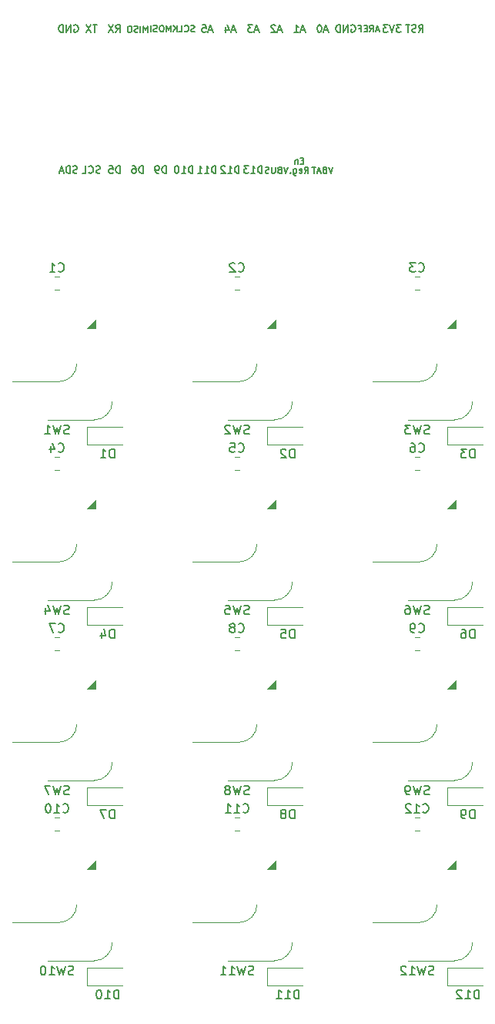
<source format=gbr>
%TF.GenerationSoftware,KiCad,Pcbnew,5.99.0-1.20210824gita02ea16.fc34*%
%TF.CreationDate,2021-08-29T08:53:43+03:00*%
%TF.ProjectId,Macropad,4d616372-6f70-4616-942e-6b696361645f,rev?*%
%TF.SameCoordinates,Original*%
%TF.FileFunction,Legend,Bot*%
%TF.FilePolarity,Positive*%
%FSLAX46Y46*%
G04 Gerber Fmt 4.6, Leading zero omitted, Abs format (unit mm)*
G04 Created by KiCad (PCBNEW 5.99.0-1.20210824gita02ea16.fc34) date 2021-08-29 08:53:43*
%MOMM*%
%LPD*%
G01*
G04 APERTURE LIST*
%ADD10C,0.150000*%
%ADD11C,0.100000*%
%ADD12C,0.120000*%
G04 APERTURE END LIST*
D10*
%TO.C,SW1*%
X90233333Y-74952761D02*
X90090476Y-75000380D01*
X89852380Y-75000380D01*
X89757142Y-74952761D01*
X89709523Y-74905142D01*
X89661904Y-74809904D01*
X89661904Y-74714666D01*
X89709523Y-74619428D01*
X89757142Y-74571809D01*
X89852380Y-74524190D01*
X90042857Y-74476571D01*
X90138095Y-74428952D01*
X90185714Y-74381333D01*
X90233333Y-74286095D01*
X90233333Y-74190857D01*
X90185714Y-74095619D01*
X90138095Y-74048000D01*
X90042857Y-74000380D01*
X89804761Y-74000380D01*
X89661904Y-74048000D01*
X89328571Y-74000380D02*
X89090476Y-75000380D01*
X88900000Y-74286095D01*
X88709523Y-75000380D01*
X88471428Y-74000380D01*
X87566666Y-75000380D02*
X88138095Y-75000380D01*
X87852380Y-75000380D02*
X87852380Y-74000380D01*
X87947619Y-74143238D01*
X88042857Y-74238476D01*
X88138095Y-74286095D01*
%TO.C,SW2*%
X110045333Y-74952761D02*
X109902476Y-75000380D01*
X109664380Y-75000380D01*
X109569142Y-74952761D01*
X109521523Y-74905142D01*
X109473904Y-74809904D01*
X109473904Y-74714666D01*
X109521523Y-74619428D01*
X109569142Y-74571809D01*
X109664380Y-74524190D01*
X109854857Y-74476571D01*
X109950095Y-74428952D01*
X109997714Y-74381333D01*
X110045333Y-74286095D01*
X110045333Y-74190857D01*
X109997714Y-74095619D01*
X109950095Y-74048000D01*
X109854857Y-74000380D01*
X109616761Y-74000380D01*
X109473904Y-74048000D01*
X109140571Y-74000380D02*
X108902476Y-75000380D01*
X108712000Y-74286095D01*
X108521523Y-75000380D01*
X108283428Y-74000380D01*
X107950095Y-74095619D02*
X107902476Y-74048000D01*
X107807238Y-74000380D01*
X107569142Y-74000380D01*
X107473904Y-74048000D01*
X107426285Y-74095619D01*
X107378666Y-74190857D01*
X107378666Y-74286095D01*
X107426285Y-74428952D01*
X107997714Y-75000380D01*
X107378666Y-75000380D01*
%TO.C,SW3*%
X129857333Y-74952761D02*
X129714476Y-75000380D01*
X129476380Y-75000380D01*
X129381142Y-74952761D01*
X129333523Y-74905142D01*
X129285904Y-74809904D01*
X129285904Y-74714666D01*
X129333523Y-74619428D01*
X129381142Y-74571809D01*
X129476380Y-74524190D01*
X129666857Y-74476571D01*
X129762095Y-74428952D01*
X129809714Y-74381333D01*
X129857333Y-74286095D01*
X129857333Y-74190857D01*
X129809714Y-74095619D01*
X129762095Y-74048000D01*
X129666857Y-74000380D01*
X129428761Y-74000380D01*
X129285904Y-74048000D01*
X128952571Y-74000380D02*
X128714476Y-75000380D01*
X128524000Y-74286095D01*
X128333523Y-75000380D01*
X128095428Y-74000380D01*
X127809714Y-74000380D02*
X127190666Y-74000380D01*
X127524000Y-74381333D01*
X127381142Y-74381333D01*
X127285904Y-74428952D01*
X127238285Y-74476571D01*
X127190666Y-74571809D01*
X127190666Y-74809904D01*
X127238285Y-74905142D01*
X127285904Y-74952761D01*
X127381142Y-75000380D01*
X127666857Y-75000380D01*
X127762095Y-74952761D01*
X127809714Y-74905142D01*
%TO.C,SW4*%
X90233333Y-94764761D02*
X90090476Y-94812380D01*
X89852380Y-94812380D01*
X89757142Y-94764761D01*
X89709523Y-94717142D01*
X89661904Y-94621904D01*
X89661904Y-94526666D01*
X89709523Y-94431428D01*
X89757142Y-94383809D01*
X89852380Y-94336190D01*
X90042857Y-94288571D01*
X90138095Y-94240952D01*
X90185714Y-94193333D01*
X90233333Y-94098095D01*
X90233333Y-94002857D01*
X90185714Y-93907619D01*
X90138095Y-93860000D01*
X90042857Y-93812380D01*
X89804761Y-93812380D01*
X89661904Y-93860000D01*
X89328571Y-93812380D02*
X89090476Y-94812380D01*
X88900000Y-94098095D01*
X88709523Y-94812380D01*
X88471428Y-93812380D01*
X87661904Y-94145714D02*
X87661904Y-94812380D01*
X87900000Y-93764761D02*
X88138095Y-94479047D01*
X87519047Y-94479047D01*
%TO.C,SW5*%
X110045333Y-94764761D02*
X109902476Y-94812380D01*
X109664380Y-94812380D01*
X109569142Y-94764761D01*
X109521523Y-94717142D01*
X109473904Y-94621904D01*
X109473904Y-94526666D01*
X109521523Y-94431428D01*
X109569142Y-94383809D01*
X109664380Y-94336190D01*
X109854857Y-94288571D01*
X109950095Y-94240952D01*
X109997714Y-94193333D01*
X110045333Y-94098095D01*
X110045333Y-94002857D01*
X109997714Y-93907619D01*
X109950095Y-93860000D01*
X109854857Y-93812380D01*
X109616761Y-93812380D01*
X109473904Y-93860000D01*
X109140571Y-93812380D02*
X108902476Y-94812380D01*
X108712000Y-94098095D01*
X108521523Y-94812380D01*
X108283428Y-93812380D01*
X107426285Y-93812380D02*
X107902476Y-93812380D01*
X107950095Y-94288571D01*
X107902476Y-94240952D01*
X107807238Y-94193333D01*
X107569142Y-94193333D01*
X107473904Y-94240952D01*
X107426285Y-94288571D01*
X107378666Y-94383809D01*
X107378666Y-94621904D01*
X107426285Y-94717142D01*
X107473904Y-94764761D01*
X107569142Y-94812380D01*
X107807238Y-94812380D01*
X107902476Y-94764761D01*
X107950095Y-94717142D01*
%TO.C,SW6*%
X129857333Y-94764761D02*
X129714476Y-94812380D01*
X129476380Y-94812380D01*
X129381142Y-94764761D01*
X129333523Y-94717142D01*
X129285904Y-94621904D01*
X129285904Y-94526666D01*
X129333523Y-94431428D01*
X129381142Y-94383809D01*
X129476380Y-94336190D01*
X129666857Y-94288571D01*
X129762095Y-94240952D01*
X129809714Y-94193333D01*
X129857333Y-94098095D01*
X129857333Y-94002857D01*
X129809714Y-93907619D01*
X129762095Y-93860000D01*
X129666857Y-93812380D01*
X129428761Y-93812380D01*
X129285904Y-93860000D01*
X128952571Y-93812380D02*
X128714476Y-94812380D01*
X128524000Y-94098095D01*
X128333523Y-94812380D01*
X128095428Y-93812380D01*
X127285904Y-93812380D02*
X127476380Y-93812380D01*
X127571619Y-93860000D01*
X127619238Y-93907619D01*
X127714476Y-94050476D01*
X127762095Y-94240952D01*
X127762095Y-94621904D01*
X127714476Y-94717142D01*
X127666857Y-94764761D01*
X127571619Y-94812380D01*
X127381142Y-94812380D01*
X127285904Y-94764761D01*
X127238285Y-94717142D01*
X127190666Y-94621904D01*
X127190666Y-94383809D01*
X127238285Y-94288571D01*
X127285904Y-94240952D01*
X127381142Y-94193333D01*
X127571619Y-94193333D01*
X127666857Y-94240952D01*
X127714476Y-94288571D01*
X127762095Y-94383809D01*
%TO.C,SW7*%
X90233333Y-114576761D02*
X90090476Y-114624380D01*
X89852380Y-114624380D01*
X89757142Y-114576761D01*
X89709523Y-114529142D01*
X89661904Y-114433904D01*
X89661904Y-114338666D01*
X89709523Y-114243428D01*
X89757142Y-114195809D01*
X89852380Y-114148190D01*
X90042857Y-114100571D01*
X90138095Y-114052952D01*
X90185714Y-114005333D01*
X90233333Y-113910095D01*
X90233333Y-113814857D01*
X90185714Y-113719619D01*
X90138095Y-113672000D01*
X90042857Y-113624380D01*
X89804761Y-113624380D01*
X89661904Y-113672000D01*
X89328571Y-113624380D02*
X89090476Y-114624380D01*
X88900000Y-113910095D01*
X88709523Y-114624380D01*
X88471428Y-113624380D01*
X88185714Y-113624380D02*
X87519047Y-113624380D01*
X87947619Y-114624380D01*
%TO.C,SW8*%
X110045333Y-114576761D02*
X109902476Y-114624380D01*
X109664380Y-114624380D01*
X109569142Y-114576761D01*
X109521523Y-114529142D01*
X109473904Y-114433904D01*
X109473904Y-114338666D01*
X109521523Y-114243428D01*
X109569142Y-114195809D01*
X109664380Y-114148190D01*
X109854857Y-114100571D01*
X109950095Y-114052952D01*
X109997714Y-114005333D01*
X110045333Y-113910095D01*
X110045333Y-113814857D01*
X109997714Y-113719619D01*
X109950095Y-113672000D01*
X109854857Y-113624380D01*
X109616761Y-113624380D01*
X109473904Y-113672000D01*
X109140571Y-113624380D02*
X108902476Y-114624380D01*
X108712000Y-113910095D01*
X108521523Y-114624380D01*
X108283428Y-113624380D01*
X107759619Y-114052952D02*
X107854857Y-114005333D01*
X107902476Y-113957714D01*
X107950095Y-113862476D01*
X107950095Y-113814857D01*
X107902476Y-113719619D01*
X107854857Y-113672000D01*
X107759619Y-113624380D01*
X107569142Y-113624380D01*
X107473904Y-113672000D01*
X107426285Y-113719619D01*
X107378666Y-113814857D01*
X107378666Y-113862476D01*
X107426285Y-113957714D01*
X107473904Y-114005333D01*
X107569142Y-114052952D01*
X107759619Y-114052952D01*
X107854857Y-114100571D01*
X107902476Y-114148190D01*
X107950095Y-114243428D01*
X107950095Y-114433904D01*
X107902476Y-114529142D01*
X107854857Y-114576761D01*
X107759619Y-114624380D01*
X107569142Y-114624380D01*
X107473904Y-114576761D01*
X107426285Y-114529142D01*
X107378666Y-114433904D01*
X107378666Y-114243428D01*
X107426285Y-114148190D01*
X107473904Y-114100571D01*
X107569142Y-114052952D01*
%TO.C,SW9*%
X129857333Y-114576761D02*
X129714476Y-114624380D01*
X129476380Y-114624380D01*
X129381142Y-114576761D01*
X129333523Y-114529142D01*
X129285904Y-114433904D01*
X129285904Y-114338666D01*
X129333523Y-114243428D01*
X129381142Y-114195809D01*
X129476380Y-114148190D01*
X129666857Y-114100571D01*
X129762095Y-114052952D01*
X129809714Y-114005333D01*
X129857333Y-113910095D01*
X129857333Y-113814857D01*
X129809714Y-113719619D01*
X129762095Y-113672000D01*
X129666857Y-113624380D01*
X129428761Y-113624380D01*
X129285904Y-113672000D01*
X128952571Y-113624380D02*
X128714476Y-114624380D01*
X128524000Y-113910095D01*
X128333523Y-114624380D01*
X128095428Y-113624380D01*
X127666857Y-114624380D02*
X127476380Y-114624380D01*
X127381142Y-114576761D01*
X127333523Y-114529142D01*
X127238285Y-114386285D01*
X127190666Y-114195809D01*
X127190666Y-113814857D01*
X127238285Y-113719619D01*
X127285904Y-113672000D01*
X127381142Y-113624380D01*
X127571619Y-113624380D01*
X127666857Y-113672000D01*
X127714476Y-113719619D01*
X127762095Y-113814857D01*
X127762095Y-114052952D01*
X127714476Y-114148190D01*
X127666857Y-114195809D01*
X127571619Y-114243428D01*
X127381142Y-114243428D01*
X127285904Y-114195809D01*
X127238285Y-114148190D01*
X127190666Y-114052952D01*
%TO.C,SW10*%
X90709523Y-134388761D02*
X90566666Y-134436380D01*
X90328571Y-134436380D01*
X90233333Y-134388761D01*
X90185714Y-134341142D01*
X90138095Y-134245904D01*
X90138095Y-134150666D01*
X90185714Y-134055428D01*
X90233333Y-134007809D01*
X90328571Y-133960190D01*
X90519047Y-133912571D01*
X90614285Y-133864952D01*
X90661904Y-133817333D01*
X90709523Y-133722095D01*
X90709523Y-133626857D01*
X90661904Y-133531619D01*
X90614285Y-133484000D01*
X90519047Y-133436380D01*
X90280952Y-133436380D01*
X90138095Y-133484000D01*
X89804761Y-133436380D02*
X89566666Y-134436380D01*
X89376190Y-133722095D01*
X89185714Y-134436380D01*
X88947619Y-133436380D01*
X88042857Y-134436380D02*
X88614285Y-134436380D01*
X88328571Y-134436380D02*
X88328571Y-133436380D01*
X88423809Y-133579238D01*
X88519047Y-133674476D01*
X88614285Y-133722095D01*
X87423809Y-133436380D02*
X87328571Y-133436380D01*
X87233333Y-133484000D01*
X87185714Y-133531619D01*
X87138095Y-133626857D01*
X87090476Y-133817333D01*
X87090476Y-134055428D01*
X87138095Y-134245904D01*
X87185714Y-134341142D01*
X87233333Y-134388761D01*
X87328571Y-134436380D01*
X87423809Y-134436380D01*
X87519047Y-134388761D01*
X87566666Y-134341142D01*
X87614285Y-134245904D01*
X87661904Y-134055428D01*
X87661904Y-133817333D01*
X87614285Y-133626857D01*
X87566666Y-133531619D01*
X87519047Y-133484000D01*
X87423809Y-133436380D01*
%TO.C,SW11*%
X110521523Y-134388761D02*
X110378666Y-134436380D01*
X110140571Y-134436380D01*
X110045333Y-134388761D01*
X109997714Y-134341142D01*
X109950095Y-134245904D01*
X109950095Y-134150666D01*
X109997714Y-134055428D01*
X110045333Y-134007809D01*
X110140571Y-133960190D01*
X110331047Y-133912571D01*
X110426285Y-133864952D01*
X110473904Y-133817333D01*
X110521523Y-133722095D01*
X110521523Y-133626857D01*
X110473904Y-133531619D01*
X110426285Y-133484000D01*
X110331047Y-133436380D01*
X110092952Y-133436380D01*
X109950095Y-133484000D01*
X109616761Y-133436380D02*
X109378666Y-134436380D01*
X109188190Y-133722095D01*
X108997714Y-134436380D01*
X108759619Y-133436380D01*
X107854857Y-134436380D02*
X108426285Y-134436380D01*
X108140571Y-134436380D02*
X108140571Y-133436380D01*
X108235809Y-133579238D01*
X108331047Y-133674476D01*
X108426285Y-133722095D01*
X106902476Y-134436380D02*
X107473904Y-134436380D01*
X107188190Y-134436380D02*
X107188190Y-133436380D01*
X107283428Y-133579238D01*
X107378666Y-133674476D01*
X107473904Y-133722095D01*
%TO.C,SW12*%
X130333523Y-134388761D02*
X130190666Y-134436380D01*
X129952571Y-134436380D01*
X129857333Y-134388761D01*
X129809714Y-134341142D01*
X129762095Y-134245904D01*
X129762095Y-134150666D01*
X129809714Y-134055428D01*
X129857333Y-134007809D01*
X129952571Y-133960190D01*
X130143047Y-133912571D01*
X130238285Y-133864952D01*
X130285904Y-133817333D01*
X130333523Y-133722095D01*
X130333523Y-133626857D01*
X130285904Y-133531619D01*
X130238285Y-133484000D01*
X130143047Y-133436380D01*
X129904952Y-133436380D01*
X129762095Y-133484000D01*
X129428761Y-133436380D02*
X129190666Y-134436380D01*
X129000190Y-133722095D01*
X128809714Y-134436380D01*
X128571619Y-133436380D01*
X127666857Y-134436380D02*
X128238285Y-134436380D01*
X127952571Y-134436380D02*
X127952571Y-133436380D01*
X128047809Y-133579238D01*
X128143047Y-133674476D01*
X128238285Y-133722095D01*
X127285904Y-133531619D02*
X127238285Y-133484000D01*
X127143047Y-133436380D01*
X126904952Y-133436380D01*
X126809714Y-133484000D01*
X126762095Y-133531619D01*
X126714476Y-133626857D01*
X126714476Y-133722095D01*
X126762095Y-133864952D01*
X127333523Y-134436380D01*
X126714476Y-134436380D01*
%TO.C,MCU1*%
X98890000Y-30847466D02*
X98890000Y-30147466D01*
X98656666Y-30647466D01*
X98423333Y-30147466D01*
X98423333Y-30847466D01*
X98090000Y-30847466D02*
X98090000Y-30147466D01*
X97790000Y-30814133D02*
X97690000Y-30847466D01*
X97523333Y-30847466D01*
X97456666Y-30814133D01*
X97423333Y-30780800D01*
X97390000Y-30714133D01*
X97390000Y-30647466D01*
X97423333Y-30580800D01*
X97456666Y-30547466D01*
X97523333Y-30514133D01*
X97656666Y-30480800D01*
X97723333Y-30447466D01*
X97756666Y-30414133D01*
X97790000Y-30347466D01*
X97790000Y-30280800D01*
X97756666Y-30214133D01*
X97723333Y-30180800D01*
X97656666Y-30147466D01*
X97490000Y-30147466D01*
X97390000Y-30180800D01*
X96956666Y-30147466D02*
X96823333Y-30147466D01*
X96756666Y-30180800D01*
X96690000Y-30247466D01*
X96656666Y-30380800D01*
X96656666Y-30614133D01*
X96690000Y-30747466D01*
X96756666Y-30814133D01*
X96823333Y-30847466D01*
X96956666Y-30847466D01*
X97023333Y-30814133D01*
X97090000Y-30747466D01*
X97123333Y-30614133D01*
X97123333Y-30380800D01*
X97090000Y-30247466D01*
X97023333Y-30180800D01*
X96956666Y-30147466D01*
X91141428Y-46297809D02*
X91027142Y-46335904D01*
X90836666Y-46335904D01*
X90760476Y-46297809D01*
X90722380Y-46259714D01*
X90684285Y-46183523D01*
X90684285Y-46107333D01*
X90722380Y-46031142D01*
X90760476Y-45993047D01*
X90836666Y-45954952D01*
X90989047Y-45916857D01*
X91065238Y-45878761D01*
X91103333Y-45840666D01*
X91141428Y-45764476D01*
X91141428Y-45688285D01*
X91103333Y-45612095D01*
X91065238Y-45574000D01*
X90989047Y-45535904D01*
X90798571Y-45535904D01*
X90684285Y-45574000D01*
X90341428Y-46335904D02*
X90341428Y-45535904D01*
X90150952Y-45535904D01*
X90036666Y-45574000D01*
X89960476Y-45650190D01*
X89922380Y-45726380D01*
X89884285Y-45878761D01*
X89884285Y-45993047D01*
X89922380Y-46145428D01*
X89960476Y-46221619D01*
X90036666Y-46297809D01*
X90150952Y-46335904D01*
X90341428Y-46335904D01*
X89579523Y-46107333D02*
X89198571Y-46107333D01*
X89655714Y-46335904D02*
X89389047Y-45535904D01*
X89122380Y-46335904D01*
X126720476Y-30041904D02*
X126225238Y-30041904D01*
X126491904Y-30346666D01*
X126377619Y-30346666D01*
X126301428Y-30384761D01*
X126263333Y-30422857D01*
X126225238Y-30499047D01*
X126225238Y-30689523D01*
X126263333Y-30765714D01*
X126301428Y-30803809D01*
X126377619Y-30841904D01*
X126606190Y-30841904D01*
X126682380Y-30803809D01*
X126720476Y-30765714D01*
X125996666Y-30041904D02*
X125730000Y-30841904D01*
X125463333Y-30041904D01*
X125272857Y-30041904D02*
X124777619Y-30041904D01*
X125044285Y-30346666D01*
X124930000Y-30346666D01*
X124853809Y-30384761D01*
X124815714Y-30422857D01*
X124777619Y-30499047D01*
X124777619Y-30689523D01*
X124815714Y-30765714D01*
X124853809Y-30803809D01*
X124930000Y-30841904D01*
X125158571Y-30841904D01*
X125234761Y-30803809D01*
X125272857Y-30765714D01*
X108921428Y-46335904D02*
X108921428Y-45535904D01*
X108730952Y-45535904D01*
X108616666Y-45574000D01*
X108540476Y-45650190D01*
X108502380Y-45726380D01*
X108464285Y-45878761D01*
X108464285Y-45993047D01*
X108502380Y-46145428D01*
X108540476Y-46221619D01*
X108616666Y-46297809D01*
X108730952Y-46335904D01*
X108921428Y-46335904D01*
X107702380Y-46335904D02*
X108159523Y-46335904D01*
X107930952Y-46335904D02*
X107930952Y-45535904D01*
X108007142Y-45650190D01*
X108083333Y-45726380D01*
X108159523Y-45764476D01*
X107397619Y-45612095D02*
X107359523Y-45574000D01*
X107283333Y-45535904D01*
X107092857Y-45535904D01*
X107016666Y-45574000D01*
X106978571Y-45612095D01*
X106940476Y-45688285D01*
X106940476Y-45764476D01*
X106978571Y-45878761D01*
X107435714Y-46335904D01*
X106940476Y-46335904D01*
X114313333Y-45641466D02*
X114080000Y-46341466D01*
X113846666Y-45641466D01*
X113380000Y-45974800D02*
X113280000Y-46008133D01*
X113246666Y-46041466D01*
X113213333Y-46108133D01*
X113213333Y-46208133D01*
X113246666Y-46274800D01*
X113280000Y-46308133D01*
X113346666Y-46341466D01*
X113613333Y-46341466D01*
X113613333Y-45641466D01*
X113380000Y-45641466D01*
X113313333Y-45674800D01*
X113280000Y-45708133D01*
X113246666Y-45774800D01*
X113246666Y-45841466D01*
X113280000Y-45908133D01*
X113313333Y-45941466D01*
X113380000Y-45974800D01*
X113613333Y-45974800D01*
X112913333Y-45641466D02*
X112913333Y-46208133D01*
X112880000Y-46274800D01*
X112846666Y-46308133D01*
X112780000Y-46341466D01*
X112646666Y-46341466D01*
X112580000Y-46308133D01*
X112546666Y-46274800D01*
X112513333Y-46208133D01*
X112513333Y-45641466D01*
X112213333Y-46308133D02*
X112113333Y-46341466D01*
X111946666Y-46341466D01*
X111880000Y-46308133D01*
X111846666Y-46274800D01*
X111813333Y-46208133D01*
X111813333Y-46141466D01*
X111846666Y-46074800D01*
X111880000Y-46041466D01*
X111946666Y-46008133D01*
X112080000Y-45974800D01*
X112146666Y-45941466D01*
X112180000Y-45908133D01*
X112213333Y-45841466D01*
X112213333Y-45774800D01*
X112180000Y-45708133D01*
X112146666Y-45674800D01*
X112080000Y-45641466D01*
X111913333Y-45641466D01*
X111813333Y-45674800D01*
X128708095Y-30841904D02*
X128974761Y-30460952D01*
X129165238Y-30841904D02*
X129165238Y-30041904D01*
X128860476Y-30041904D01*
X128784285Y-30080000D01*
X128746190Y-30118095D01*
X128708095Y-30194285D01*
X128708095Y-30308571D01*
X128746190Y-30384761D01*
X128784285Y-30422857D01*
X128860476Y-30460952D01*
X129165238Y-30460952D01*
X128403333Y-30803809D02*
X128289047Y-30841904D01*
X128098571Y-30841904D01*
X128022380Y-30803809D01*
X127984285Y-30765714D01*
X127946190Y-30689523D01*
X127946190Y-30613333D01*
X127984285Y-30537142D01*
X128022380Y-30499047D01*
X128098571Y-30460952D01*
X128250952Y-30422857D01*
X128327142Y-30384761D01*
X128365238Y-30346666D01*
X128403333Y-30270476D01*
X128403333Y-30194285D01*
X128365238Y-30118095D01*
X128327142Y-30080000D01*
X128250952Y-30041904D01*
X128060476Y-30041904D01*
X127946190Y-30080000D01*
X127717619Y-30041904D02*
X127260476Y-30041904D01*
X127489047Y-30841904D02*
X127489047Y-30041904D01*
X108521428Y-30613333D02*
X108140476Y-30613333D01*
X108597619Y-30841904D02*
X108330952Y-30041904D01*
X108064285Y-30841904D01*
X107454761Y-30308571D02*
X107454761Y-30841904D01*
X107645238Y-30003809D02*
X107835714Y-30575238D01*
X107340476Y-30575238D01*
X116036666Y-44958800D02*
X115803333Y-44958800D01*
X115703333Y-45325466D02*
X116036666Y-45325466D01*
X116036666Y-44625466D01*
X115703333Y-44625466D01*
X115403333Y-44858800D02*
X115403333Y-45325466D01*
X115403333Y-44925466D02*
X115370000Y-44892133D01*
X115303333Y-44858800D01*
X115203333Y-44858800D01*
X115136666Y-44892133D01*
X115103333Y-44958800D01*
X115103333Y-45325466D01*
X116136666Y-46341466D02*
X116370000Y-46008133D01*
X116536666Y-46341466D02*
X116536666Y-45641466D01*
X116270000Y-45641466D01*
X116203333Y-45674800D01*
X116170000Y-45708133D01*
X116136666Y-45774800D01*
X116136666Y-45874800D01*
X116170000Y-45941466D01*
X116203333Y-45974800D01*
X116270000Y-46008133D01*
X116536666Y-46008133D01*
X115570000Y-46308133D02*
X115636666Y-46341466D01*
X115770000Y-46341466D01*
X115836666Y-46308133D01*
X115870000Y-46241466D01*
X115870000Y-45974800D01*
X115836666Y-45908133D01*
X115770000Y-45874800D01*
X115636666Y-45874800D01*
X115570000Y-45908133D01*
X115536666Y-45974800D01*
X115536666Y-46041466D01*
X115870000Y-46108133D01*
X114936666Y-45874800D02*
X114936666Y-46441466D01*
X114970000Y-46508133D01*
X115003333Y-46541466D01*
X115070000Y-46574800D01*
X115170000Y-46574800D01*
X115236666Y-46541466D01*
X114936666Y-46308133D02*
X115003333Y-46341466D01*
X115136666Y-46341466D01*
X115203333Y-46308133D01*
X115236666Y-46274800D01*
X115270000Y-46208133D01*
X115270000Y-46008133D01*
X115236666Y-45941466D01*
X115203333Y-45908133D01*
X115136666Y-45874800D01*
X115003333Y-45874800D01*
X114936666Y-45908133D01*
X114603333Y-46274800D02*
X114570000Y-46308133D01*
X114603333Y-46341466D01*
X114636666Y-46308133D01*
X114603333Y-46274800D01*
X114603333Y-46341466D01*
X111461428Y-46335904D02*
X111461428Y-45535904D01*
X111270952Y-45535904D01*
X111156666Y-45574000D01*
X111080476Y-45650190D01*
X111042380Y-45726380D01*
X111004285Y-45878761D01*
X111004285Y-45993047D01*
X111042380Y-46145428D01*
X111080476Y-46221619D01*
X111156666Y-46297809D01*
X111270952Y-46335904D01*
X111461428Y-46335904D01*
X110242380Y-46335904D02*
X110699523Y-46335904D01*
X110470952Y-46335904D02*
X110470952Y-45535904D01*
X110547142Y-45650190D01*
X110623333Y-45726380D01*
X110699523Y-45764476D01*
X109975714Y-45535904D02*
X109480476Y-45535904D01*
X109747142Y-45840666D01*
X109632857Y-45840666D01*
X109556666Y-45878761D01*
X109518571Y-45916857D01*
X109480476Y-45993047D01*
X109480476Y-46183523D01*
X109518571Y-46259714D01*
X109556666Y-46297809D01*
X109632857Y-46335904D01*
X109861428Y-46335904D01*
X109937619Y-46297809D01*
X109975714Y-46259714D01*
X111061428Y-30613333D02*
X110680476Y-30613333D01*
X111137619Y-30841904D02*
X110870952Y-30041904D01*
X110604285Y-30841904D01*
X110413809Y-30041904D02*
X109918571Y-30041904D01*
X110185238Y-30346666D01*
X110070952Y-30346666D01*
X109994761Y-30384761D01*
X109956666Y-30422857D01*
X109918571Y-30499047D01*
X109918571Y-30689523D01*
X109956666Y-30765714D01*
X109994761Y-30803809D01*
X110070952Y-30841904D01*
X110299523Y-30841904D01*
X110375714Y-30803809D01*
X110413809Y-30765714D01*
X95840476Y-46335904D02*
X95840476Y-45535904D01*
X95650000Y-45535904D01*
X95535714Y-45574000D01*
X95459523Y-45650190D01*
X95421428Y-45726380D01*
X95383333Y-45878761D01*
X95383333Y-45993047D01*
X95421428Y-46145428D01*
X95459523Y-46221619D01*
X95535714Y-46297809D01*
X95650000Y-46335904D01*
X95840476Y-46335904D01*
X94659523Y-45535904D02*
X95040476Y-45535904D01*
X95078571Y-45916857D01*
X95040476Y-45878761D01*
X94964285Y-45840666D01*
X94773809Y-45840666D01*
X94697619Y-45878761D01*
X94659523Y-45916857D01*
X94621428Y-45993047D01*
X94621428Y-46183523D01*
X94659523Y-46259714D01*
X94697619Y-46297809D01*
X94773809Y-46335904D01*
X94964285Y-46335904D01*
X95040476Y-46297809D01*
X95078571Y-46259714D01*
X98380476Y-46335904D02*
X98380476Y-45535904D01*
X98190000Y-45535904D01*
X98075714Y-45574000D01*
X97999523Y-45650190D01*
X97961428Y-45726380D01*
X97923333Y-45878761D01*
X97923333Y-45993047D01*
X97961428Y-46145428D01*
X97999523Y-46221619D01*
X98075714Y-46297809D01*
X98190000Y-46335904D01*
X98380476Y-46335904D01*
X97237619Y-45535904D02*
X97390000Y-45535904D01*
X97466190Y-45574000D01*
X97504285Y-45612095D01*
X97580476Y-45726380D01*
X97618571Y-45878761D01*
X97618571Y-46183523D01*
X97580476Y-46259714D01*
X97542380Y-46297809D01*
X97466190Y-46335904D01*
X97313809Y-46335904D01*
X97237619Y-46297809D01*
X97199523Y-46259714D01*
X97161428Y-46183523D01*
X97161428Y-45993047D01*
X97199523Y-45916857D01*
X97237619Y-45878761D01*
X97313809Y-45840666D01*
X97466190Y-45840666D01*
X97542380Y-45878761D01*
X97580476Y-45916857D01*
X97618571Y-45993047D01*
X95383333Y-30841904D02*
X95650000Y-30460952D01*
X95840476Y-30841904D02*
X95840476Y-30041904D01*
X95535714Y-30041904D01*
X95459523Y-30080000D01*
X95421428Y-30118095D01*
X95383333Y-30194285D01*
X95383333Y-30308571D01*
X95421428Y-30384761D01*
X95459523Y-30422857D01*
X95535714Y-30460952D01*
X95840476Y-30460952D01*
X95116666Y-30041904D02*
X94583333Y-30841904D01*
X94583333Y-30041904D02*
X95116666Y-30841904D01*
X103841428Y-46335904D02*
X103841428Y-45535904D01*
X103650952Y-45535904D01*
X103536666Y-45574000D01*
X103460476Y-45650190D01*
X103422380Y-45726380D01*
X103384285Y-45878761D01*
X103384285Y-45993047D01*
X103422380Y-46145428D01*
X103460476Y-46221619D01*
X103536666Y-46297809D01*
X103650952Y-46335904D01*
X103841428Y-46335904D01*
X102622380Y-46335904D02*
X103079523Y-46335904D01*
X102850952Y-46335904D02*
X102850952Y-45535904D01*
X102927142Y-45650190D01*
X103003333Y-45726380D01*
X103079523Y-45764476D01*
X102127142Y-45535904D02*
X102050952Y-45535904D01*
X101974761Y-45574000D01*
X101936666Y-45612095D01*
X101898571Y-45688285D01*
X101860476Y-45840666D01*
X101860476Y-46031142D01*
X101898571Y-46183523D01*
X101936666Y-46259714D01*
X101974761Y-46297809D01*
X102050952Y-46335904D01*
X102127142Y-46335904D01*
X102203333Y-46297809D01*
X102241428Y-46259714D01*
X102279523Y-46183523D01*
X102317619Y-46031142D01*
X102317619Y-45840666D01*
X102279523Y-45688285D01*
X102241428Y-45612095D01*
X102203333Y-45574000D01*
X102127142Y-45535904D01*
X93662380Y-46297809D02*
X93548095Y-46335904D01*
X93357619Y-46335904D01*
X93281428Y-46297809D01*
X93243333Y-46259714D01*
X93205238Y-46183523D01*
X93205238Y-46107333D01*
X93243333Y-46031142D01*
X93281428Y-45993047D01*
X93357619Y-45954952D01*
X93510000Y-45916857D01*
X93586190Y-45878761D01*
X93624285Y-45840666D01*
X93662380Y-45764476D01*
X93662380Y-45688285D01*
X93624285Y-45612095D01*
X93586190Y-45574000D01*
X93510000Y-45535904D01*
X93319523Y-45535904D01*
X93205238Y-45574000D01*
X92405238Y-46259714D02*
X92443333Y-46297809D01*
X92557619Y-46335904D01*
X92633809Y-46335904D01*
X92748095Y-46297809D01*
X92824285Y-46221619D01*
X92862380Y-46145428D01*
X92900476Y-45993047D01*
X92900476Y-45878761D01*
X92862380Y-45726380D01*
X92824285Y-45650190D01*
X92748095Y-45574000D01*
X92633809Y-45535904D01*
X92557619Y-45535904D01*
X92443333Y-45574000D01*
X92405238Y-45612095D01*
X91681428Y-46335904D02*
X92062380Y-46335904D01*
X92062380Y-45535904D01*
X113601428Y-30613333D02*
X113220476Y-30613333D01*
X113677619Y-30841904D02*
X113410952Y-30041904D01*
X113144285Y-30841904D01*
X112915714Y-30118095D02*
X112877619Y-30080000D01*
X112801428Y-30041904D01*
X112610952Y-30041904D01*
X112534761Y-30080000D01*
X112496666Y-30118095D01*
X112458571Y-30194285D01*
X112458571Y-30270476D01*
X112496666Y-30384761D01*
X112953809Y-30841904D01*
X112458571Y-30841904D01*
X101430000Y-30796666D02*
X101430000Y-30096666D01*
X101196666Y-30596666D01*
X100963333Y-30096666D01*
X100963333Y-30796666D01*
X100496666Y-30096666D02*
X100363333Y-30096666D01*
X100296666Y-30130000D01*
X100230000Y-30196666D01*
X100196666Y-30330000D01*
X100196666Y-30563333D01*
X100230000Y-30696666D01*
X100296666Y-30763333D01*
X100363333Y-30796666D01*
X100496666Y-30796666D01*
X100563333Y-30763333D01*
X100630000Y-30696666D01*
X100663333Y-30563333D01*
X100663333Y-30330000D01*
X100630000Y-30196666D01*
X100563333Y-30130000D01*
X100496666Y-30096666D01*
X99930000Y-30763333D02*
X99830000Y-30796666D01*
X99663333Y-30796666D01*
X99596666Y-30763333D01*
X99563333Y-30730000D01*
X99530000Y-30663333D01*
X99530000Y-30596666D01*
X99563333Y-30530000D01*
X99596666Y-30496666D01*
X99663333Y-30463333D01*
X99796666Y-30430000D01*
X99863333Y-30396666D01*
X99896666Y-30363333D01*
X99930000Y-30296666D01*
X99930000Y-30230000D01*
X99896666Y-30163333D01*
X99863333Y-30130000D01*
X99796666Y-30096666D01*
X99630000Y-30096666D01*
X99530000Y-30130000D01*
X99230000Y-30796666D02*
X99230000Y-30096666D01*
X106381428Y-46335904D02*
X106381428Y-45535904D01*
X106190952Y-45535904D01*
X106076666Y-45574000D01*
X106000476Y-45650190D01*
X105962380Y-45726380D01*
X105924285Y-45878761D01*
X105924285Y-45993047D01*
X105962380Y-46145428D01*
X106000476Y-46221619D01*
X106076666Y-46297809D01*
X106190952Y-46335904D01*
X106381428Y-46335904D01*
X105162380Y-46335904D02*
X105619523Y-46335904D01*
X105390952Y-46335904D02*
X105390952Y-45535904D01*
X105467142Y-45650190D01*
X105543333Y-45726380D01*
X105619523Y-45764476D01*
X104400476Y-46335904D02*
X104857619Y-46335904D01*
X104629047Y-46335904D02*
X104629047Y-45535904D01*
X104705238Y-45650190D01*
X104781428Y-45726380D01*
X104857619Y-45764476D01*
X100920476Y-46335904D02*
X100920476Y-45535904D01*
X100730000Y-45535904D01*
X100615714Y-45574000D01*
X100539523Y-45650190D01*
X100501428Y-45726380D01*
X100463333Y-45878761D01*
X100463333Y-45993047D01*
X100501428Y-46145428D01*
X100539523Y-46221619D01*
X100615714Y-46297809D01*
X100730000Y-46335904D01*
X100920476Y-46335904D01*
X100082380Y-46335904D02*
X99930000Y-46335904D01*
X99853809Y-46297809D01*
X99815714Y-46259714D01*
X99739523Y-46145428D01*
X99701428Y-45993047D01*
X99701428Y-45688285D01*
X99739523Y-45612095D01*
X99777619Y-45574000D01*
X99853809Y-45535904D01*
X100006190Y-45535904D01*
X100082380Y-45574000D01*
X100120476Y-45612095D01*
X100158571Y-45688285D01*
X100158571Y-45878761D01*
X100120476Y-45954952D01*
X100082380Y-45993047D01*
X100006190Y-46031142D01*
X99853809Y-46031142D01*
X99777619Y-45993047D01*
X99739523Y-45954952D01*
X99701428Y-45878761D01*
X118681428Y-30613333D02*
X118300476Y-30613333D01*
X118757619Y-30841904D02*
X118490952Y-30041904D01*
X118224285Y-30841904D01*
X117805238Y-30041904D02*
X117729047Y-30041904D01*
X117652857Y-30080000D01*
X117614761Y-30118095D01*
X117576666Y-30194285D01*
X117538571Y-30346666D01*
X117538571Y-30537142D01*
X117576666Y-30689523D01*
X117614761Y-30765714D01*
X117652857Y-30803809D01*
X117729047Y-30841904D01*
X117805238Y-30841904D01*
X117881428Y-30803809D01*
X117919523Y-30765714D01*
X117957619Y-30689523D01*
X117995714Y-30537142D01*
X117995714Y-30346666D01*
X117957619Y-30194285D01*
X117919523Y-30118095D01*
X117881428Y-30080000D01*
X117805238Y-30041904D01*
X105981428Y-30613333D02*
X105600476Y-30613333D01*
X106057619Y-30841904D02*
X105790952Y-30041904D01*
X105524285Y-30841904D01*
X104876666Y-30041904D02*
X105257619Y-30041904D01*
X105295714Y-30422857D01*
X105257619Y-30384761D01*
X105181428Y-30346666D01*
X104990952Y-30346666D01*
X104914761Y-30384761D01*
X104876666Y-30422857D01*
X104838571Y-30499047D01*
X104838571Y-30689523D01*
X104876666Y-30765714D01*
X104914761Y-30803809D01*
X104990952Y-30841904D01*
X105181428Y-30841904D01*
X105257619Y-30803809D01*
X105295714Y-30765714D01*
X104053333Y-30763333D02*
X103953333Y-30796666D01*
X103786666Y-30796666D01*
X103720000Y-30763333D01*
X103686666Y-30730000D01*
X103653333Y-30663333D01*
X103653333Y-30596666D01*
X103686666Y-30530000D01*
X103720000Y-30496666D01*
X103786666Y-30463333D01*
X103920000Y-30430000D01*
X103986666Y-30396666D01*
X104020000Y-30363333D01*
X104053333Y-30296666D01*
X104053333Y-30230000D01*
X104020000Y-30163333D01*
X103986666Y-30130000D01*
X103920000Y-30096666D01*
X103753333Y-30096666D01*
X103653333Y-30130000D01*
X102953333Y-30730000D02*
X102986666Y-30763333D01*
X103086666Y-30796666D01*
X103153333Y-30796666D01*
X103253333Y-30763333D01*
X103320000Y-30696666D01*
X103353333Y-30630000D01*
X103386666Y-30496666D01*
X103386666Y-30396666D01*
X103353333Y-30263333D01*
X103320000Y-30196666D01*
X103253333Y-30130000D01*
X103153333Y-30096666D01*
X103086666Y-30096666D01*
X102986666Y-30130000D01*
X102953333Y-30163333D01*
X102320000Y-30796666D02*
X102653333Y-30796666D01*
X102653333Y-30096666D01*
X102086666Y-30796666D02*
X102086666Y-30096666D01*
X101686666Y-30796666D02*
X101986666Y-30396666D01*
X101686666Y-30096666D02*
X102086666Y-30496666D01*
X90779523Y-30080000D02*
X90855714Y-30041904D01*
X90970000Y-30041904D01*
X91084285Y-30080000D01*
X91160476Y-30156190D01*
X91198571Y-30232380D01*
X91236666Y-30384761D01*
X91236666Y-30499047D01*
X91198571Y-30651428D01*
X91160476Y-30727619D01*
X91084285Y-30803809D01*
X90970000Y-30841904D01*
X90893809Y-30841904D01*
X90779523Y-30803809D01*
X90741428Y-30765714D01*
X90741428Y-30499047D01*
X90893809Y-30499047D01*
X90398571Y-30841904D02*
X90398571Y-30041904D01*
X89941428Y-30841904D01*
X89941428Y-30041904D01*
X89560476Y-30841904D02*
X89560476Y-30041904D01*
X89370000Y-30041904D01*
X89255714Y-30080000D01*
X89179523Y-30156190D01*
X89141428Y-30232380D01*
X89103333Y-30384761D01*
X89103333Y-30499047D01*
X89141428Y-30651428D01*
X89179523Y-30727619D01*
X89255714Y-30803809D01*
X89370000Y-30841904D01*
X89560476Y-30841904D01*
X119260000Y-45641466D02*
X119026666Y-46341466D01*
X118793333Y-45641466D01*
X118326666Y-45974800D02*
X118226666Y-46008133D01*
X118193333Y-46041466D01*
X118160000Y-46108133D01*
X118160000Y-46208133D01*
X118193333Y-46274800D01*
X118226666Y-46308133D01*
X118293333Y-46341466D01*
X118560000Y-46341466D01*
X118560000Y-45641466D01*
X118326666Y-45641466D01*
X118260000Y-45674800D01*
X118226666Y-45708133D01*
X118193333Y-45774800D01*
X118193333Y-45841466D01*
X118226666Y-45908133D01*
X118260000Y-45941466D01*
X118326666Y-45974800D01*
X118560000Y-45974800D01*
X117893333Y-46141466D02*
X117560000Y-46141466D01*
X117960000Y-46341466D02*
X117726666Y-45641466D01*
X117493333Y-46341466D01*
X117360000Y-45641466D02*
X116960000Y-45641466D01*
X117160000Y-46341466D02*
X117160000Y-45641466D01*
X116141428Y-30613333D02*
X115760476Y-30613333D01*
X116217619Y-30841904D02*
X115950952Y-30041904D01*
X115684285Y-30841904D01*
X114998571Y-30841904D02*
X115455714Y-30841904D01*
X115227142Y-30841904D02*
X115227142Y-30041904D01*
X115303333Y-30156190D01*
X115379523Y-30232380D01*
X115455714Y-30270476D01*
X93319523Y-30041904D02*
X92862380Y-30041904D01*
X93090952Y-30841904D02*
X93090952Y-30041904D01*
X92671904Y-30041904D02*
X92138571Y-30841904D01*
X92138571Y-30041904D02*
X92671904Y-30841904D01*
X124323333Y-30596666D02*
X123990000Y-30596666D01*
X124390000Y-30796666D02*
X124156666Y-30096666D01*
X123923333Y-30796666D01*
X123290000Y-30796666D02*
X123523333Y-30463333D01*
X123690000Y-30796666D02*
X123690000Y-30096666D01*
X123423333Y-30096666D01*
X123356666Y-30130000D01*
X123323333Y-30163333D01*
X123290000Y-30230000D01*
X123290000Y-30330000D01*
X123323333Y-30396666D01*
X123356666Y-30430000D01*
X123423333Y-30463333D01*
X123690000Y-30463333D01*
X122990000Y-30430000D02*
X122756666Y-30430000D01*
X122656666Y-30796666D02*
X122990000Y-30796666D01*
X122990000Y-30096666D01*
X122656666Y-30096666D01*
X122123333Y-30430000D02*
X122356666Y-30430000D01*
X122356666Y-30796666D02*
X122356666Y-30096666D01*
X122023333Y-30096666D01*
X121259523Y-30080000D02*
X121335714Y-30041904D01*
X121450000Y-30041904D01*
X121564285Y-30080000D01*
X121640476Y-30156190D01*
X121678571Y-30232380D01*
X121716666Y-30384761D01*
X121716666Y-30499047D01*
X121678571Y-30651428D01*
X121640476Y-30727619D01*
X121564285Y-30803809D01*
X121450000Y-30841904D01*
X121373809Y-30841904D01*
X121259523Y-30803809D01*
X121221428Y-30765714D01*
X121221428Y-30499047D01*
X121373809Y-30499047D01*
X120878571Y-30841904D02*
X120878571Y-30041904D01*
X120421428Y-30841904D01*
X120421428Y-30041904D01*
X120040476Y-30841904D02*
X120040476Y-30041904D01*
X119850000Y-30041904D01*
X119735714Y-30080000D01*
X119659523Y-30156190D01*
X119621428Y-30232380D01*
X119583333Y-30384761D01*
X119583333Y-30499047D01*
X119621428Y-30651428D01*
X119659523Y-30727619D01*
X119735714Y-30803809D01*
X119850000Y-30841904D01*
X120040476Y-30841904D01*
%TO.C,C1*%
X89066666Y-57097142D02*
X89114285Y-57144761D01*
X89257142Y-57192380D01*
X89352380Y-57192380D01*
X89495238Y-57144761D01*
X89590476Y-57049523D01*
X89638095Y-56954285D01*
X89685714Y-56763809D01*
X89685714Y-56620952D01*
X89638095Y-56430476D01*
X89590476Y-56335238D01*
X89495238Y-56240000D01*
X89352380Y-56192380D01*
X89257142Y-56192380D01*
X89114285Y-56240000D01*
X89066666Y-56287619D01*
X88114285Y-57192380D02*
X88685714Y-57192380D01*
X88400000Y-57192380D02*
X88400000Y-56192380D01*
X88495238Y-56335238D01*
X88590476Y-56430476D01*
X88685714Y-56478095D01*
%TO.C,C2*%
X108857166Y-57097142D02*
X108904785Y-57144761D01*
X109047642Y-57192380D01*
X109142880Y-57192380D01*
X109285738Y-57144761D01*
X109380976Y-57049523D01*
X109428595Y-56954285D01*
X109476214Y-56763809D01*
X109476214Y-56620952D01*
X109428595Y-56430476D01*
X109380976Y-56335238D01*
X109285738Y-56240000D01*
X109142880Y-56192380D01*
X109047642Y-56192380D01*
X108904785Y-56240000D01*
X108857166Y-56287619D01*
X108476214Y-56287619D02*
X108428595Y-56240000D01*
X108333357Y-56192380D01*
X108095261Y-56192380D01*
X108000023Y-56240000D01*
X107952404Y-56287619D01*
X107904785Y-56382857D01*
X107904785Y-56478095D01*
X107952404Y-56620952D01*
X108523833Y-57192380D01*
X107904785Y-57192380D01*
%TO.C,C3*%
X128669166Y-57097142D02*
X128716785Y-57144761D01*
X128859642Y-57192380D01*
X128954880Y-57192380D01*
X129097738Y-57144761D01*
X129192976Y-57049523D01*
X129240595Y-56954285D01*
X129288214Y-56763809D01*
X129288214Y-56620952D01*
X129240595Y-56430476D01*
X129192976Y-56335238D01*
X129097738Y-56240000D01*
X128954880Y-56192380D01*
X128859642Y-56192380D01*
X128716785Y-56240000D01*
X128669166Y-56287619D01*
X128335833Y-56192380D02*
X127716785Y-56192380D01*
X128050119Y-56573333D01*
X127907261Y-56573333D01*
X127812023Y-56620952D01*
X127764404Y-56668571D01*
X127716785Y-56763809D01*
X127716785Y-57001904D01*
X127764404Y-57097142D01*
X127812023Y-57144761D01*
X127907261Y-57192380D01*
X128192976Y-57192380D01*
X128288214Y-57144761D01*
X128335833Y-57097142D01*
%TO.C,C4*%
X89045166Y-76909142D02*
X89092785Y-76956761D01*
X89235642Y-77004380D01*
X89330880Y-77004380D01*
X89473738Y-76956761D01*
X89568976Y-76861523D01*
X89616595Y-76766285D01*
X89664214Y-76575809D01*
X89664214Y-76432952D01*
X89616595Y-76242476D01*
X89568976Y-76147238D01*
X89473738Y-76052000D01*
X89330880Y-76004380D01*
X89235642Y-76004380D01*
X89092785Y-76052000D01*
X89045166Y-76099619D01*
X88188023Y-76337714D02*
X88188023Y-77004380D01*
X88426119Y-75956761D02*
X88664214Y-76671047D01*
X88045166Y-76671047D01*
%TO.C,C5*%
X108857166Y-76909142D02*
X108904785Y-76956761D01*
X109047642Y-77004380D01*
X109142880Y-77004380D01*
X109285738Y-76956761D01*
X109380976Y-76861523D01*
X109428595Y-76766285D01*
X109476214Y-76575809D01*
X109476214Y-76432952D01*
X109428595Y-76242476D01*
X109380976Y-76147238D01*
X109285738Y-76052000D01*
X109142880Y-76004380D01*
X109047642Y-76004380D01*
X108904785Y-76052000D01*
X108857166Y-76099619D01*
X107952404Y-76004380D02*
X108428595Y-76004380D01*
X108476214Y-76480571D01*
X108428595Y-76432952D01*
X108333357Y-76385333D01*
X108095261Y-76385333D01*
X108000023Y-76432952D01*
X107952404Y-76480571D01*
X107904785Y-76575809D01*
X107904785Y-76813904D01*
X107952404Y-76909142D01*
X108000023Y-76956761D01*
X108095261Y-77004380D01*
X108333357Y-77004380D01*
X108428595Y-76956761D01*
X108476214Y-76909142D01*
%TO.C,C6*%
X128690666Y-76909142D02*
X128738285Y-76956761D01*
X128881142Y-77004380D01*
X128976380Y-77004380D01*
X129119238Y-76956761D01*
X129214476Y-76861523D01*
X129262095Y-76766285D01*
X129309714Y-76575809D01*
X129309714Y-76432952D01*
X129262095Y-76242476D01*
X129214476Y-76147238D01*
X129119238Y-76052000D01*
X128976380Y-76004380D01*
X128881142Y-76004380D01*
X128738285Y-76052000D01*
X128690666Y-76099619D01*
X127833523Y-76004380D02*
X128024000Y-76004380D01*
X128119238Y-76052000D01*
X128166857Y-76099619D01*
X128262095Y-76242476D01*
X128309714Y-76432952D01*
X128309714Y-76813904D01*
X128262095Y-76909142D01*
X128214476Y-76956761D01*
X128119238Y-77004380D01*
X127928761Y-77004380D01*
X127833523Y-76956761D01*
X127785904Y-76909142D01*
X127738285Y-76813904D01*
X127738285Y-76575809D01*
X127785904Y-76480571D01*
X127833523Y-76432952D01*
X127928761Y-76385333D01*
X128119238Y-76385333D01*
X128214476Y-76432952D01*
X128262095Y-76480571D01*
X128309714Y-76575809D01*
%TO.C,C7*%
X89066666Y-96721142D02*
X89114285Y-96768761D01*
X89257142Y-96816380D01*
X89352380Y-96816380D01*
X89495238Y-96768761D01*
X89590476Y-96673523D01*
X89638095Y-96578285D01*
X89685714Y-96387809D01*
X89685714Y-96244952D01*
X89638095Y-96054476D01*
X89590476Y-95959238D01*
X89495238Y-95864000D01*
X89352380Y-95816380D01*
X89257142Y-95816380D01*
X89114285Y-95864000D01*
X89066666Y-95911619D01*
X88733333Y-95816380D02*
X88066666Y-95816380D01*
X88495238Y-96816380D01*
%TO.C,C8*%
X108857166Y-96721142D02*
X108904785Y-96768761D01*
X109047642Y-96816380D01*
X109142880Y-96816380D01*
X109285738Y-96768761D01*
X109380976Y-96673523D01*
X109428595Y-96578285D01*
X109476214Y-96387809D01*
X109476214Y-96244952D01*
X109428595Y-96054476D01*
X109380976Y-95959238D01*
X109285738Y-95864000D01*
X109142880Y-95816380D01*
X109047642Y-95816380D01*
X108904785Y-95864000D01*
X108857166Y-95911619D01*
X108285738Y-96244952D02*
X108380976Y-96197333D01*
X108428595Y-96149714D01*
X108476214Y-96054476D01*
X108476214Y-96006857D01*
X108428595Y-95911619D01*
X108380976Y-95864000D01*
X108285738Y-95816380D01*
X108095261Y-95816380D01*
X108000023Y-95864000D01*
X107952404Y-95911619D01*
X107904785Y-96006857D01*
X107904785Y-96054476D01*
X107952404Y-96149714D01*
X108000023Y-96197333D01*
X108095261Y-96244952D01*
X108285738Y-96244952D01*
X108380976Y-96292571D01*
X108428595Y-96340190D01*
X108476214Y-96435428D01*
X108476214Y-96625904D01*
X108428595Y-96721142D01*
X108380976Y-96768761D01*
X108285738Y-96816380D01*
X108095261Y-96816380D01*
X108000023Y-96768761D01*
X107952404Y-96721142D01*
X107904785Y-96625904D01*
X107904785Y-96435428D01*
X107952404Y-96340190D01*
X108000023Y-96292571D01*
X108095261Y-96244952D01*
%TO.C,C9*%
X128690666Y-96721142D02*
X128738285Y-96768761D01*
X128881142Y-96816380D01*
X128976380Y-96816380D01*
X129119238Y-96768761D01*
X129214476Y-96673523D01*
X129262095Y-96578285D01*
X129309714Y-96387809D01*
X129309714Y-96244952D01*
X129262095Y-96054476D01*
X129214476Y-95959238D01*
X129119238Y-95864000D01*
X128976380Y-95816380D01*
X128881142Y-95816380D01*
X128738285Y-95864000D01*
X128690666Y-95911619D01*
X128214476Y-96816380D02*
X128024000Y-96816380D01*
X127928761Y-96768761D01*
X127881142Y-96721142D01*
X127785904Y-96578285D01*
X127738285Y-96387809D01*
X127738285Y-96006857D01*
X127785904Y-95911619D01*
X127833523Y-95864000D01*
X127928761Y-95816380D01*
X128119238Y-95816380D01*
X128214476Y-95864000D01*
X128262095Y-95911619D01*
X128309714Y-96006857D01*
X128309714Y-96244952D01*
X128262095Y-96340190D01*
X128214476Y-96387809D01*
X128119238Y-96435428D01*
X127928761Y-96435428D01*
X127833523Y-96387809D01*
X127785904Y-96340190D01*
X127738285Y-96244952D01*
%TO.C,C10*%
X89542857Y-116533142D02*
X89590476Y-116580761D01*
X89733333Y-116628380D01*
X89828571Y-116628380D01*
X89971428Y-116580761D01*
X90066666Y-116485523D01*
X90114285Y-116390285D01*
X90161904Y-116199809D01*
X90161904Y-116056952D01*
X90114285Y-115866476D01*
X90066666Y-115771238D01*
X89971428Y-115676000D01*
X89828571Y-115628380D01*
X89733333Y-115628380D01*
X89590476Y-115676000D01*
X89542857Y-115723619D01*
X88590476Y-116628380D02*
X89161904Y-116628380D01*
X88876190Y-116628380D02*
X88876190Y-115628380D01*
X88971428Y-115771238D01*
X89066666Y-115866476D01*
X89161904Y-115914095D01*
X87971428Y-115628380D02*
X87876190Y-115628380D01*
X87780952Y-115676000D01*
X87733333Y-115723619D01*
X87685714Y-115818857D01*
X87638095Y-116009333D01*
X87638095Y-116247428D01*
X87685714Y-116437904D01*
X87733333Y-116533142D01*
X87780952Y-116580761D01*
X87876190Y-116628380D01*
X87971428Y-116628380D01*
X88066666Y-116580761D01*
X88114285Y-116533142D01*
X88161904Y-116437904D01*
X88209523Y-116247428D01*
X88209523Y-116009333D01*
X88161904Y-115818857D01*
X88114285Y-115723619D01*
X88066666Y-115676000D01*
X87971428Y-115628380D01*
%TO.C,C11*%
X109354857Y-116533142D02*
X109402476Y-116580761D01*
X109545333Y-116628380D01*
X109640571Y-116628380D01*
X109783428Y-116580761D01*
X109878666Y-116485523D01*
X109926285Y-116390285D01*
X109973904Y-116199809D01*
X109973904Y-116056952D01*
X109926285Y-115866476D01*
X109878666Y-115771238D01*
X109783428Y-115676000D01*
X109640571Y-115628380D01*
X109545333Y-115628380D01*
X109402476Y-115676000D01*
X109354857Y-115723619D01*
X108402476Y-116628380D02*
X108973904Y-116628380D01*
X108688190Y-116628380D02*
X108688190Y-115628380D01*
X108783428Y-115771238D01*
X108878666Y-115866476D01*
X108973904Y-115914095D01*
X107450095Y-116628380D02*
X108021523Y-116628380D01*
X107735809Y-116628380D02*
X107735809Y-115628380D01*
X107831047Y-115771238D01*
X107926285Y-115866476D01*
X108021523Y-115914095D01*
%TO.C,C12*%
X129145357Y-116533142D02*
X129192976Y-116580761D01*
X129335833Y-116628380D01*
X129431071Y-116628380D01*
X129573928Y-116580761D01*
X129669166Y-116485523D01*
X129716785Y-116390285D01*
X129764404Y-116199809D01*
X129764404Y-116056952D01*
X129716785Y-115866476D01*
X129669166Y-115771238D01*
X129573928Y-115676000D01*
X129431071Y-115628380D01*
X129335833Y-115628380D01*
X129192976Y-115676000D01*
X129145357Y-115723619D01*
X128192976Y-116628380D02*
X128764404Y-116628380D01*
X128478690Y-116628380D02*
X128478690Y-115628380D01*
X128573928Y-115771238D01*
X128669166Y-115866476D01*
X128764404Y-115914095D01*
X127812023Y-115723619D02*
X127764404Y-115676000D01*
X127669166Y-115628380D01*
X127431071Y-115628380D01*
X127335833Y-115676000D01*
X127288214Y-115723619D01*
X127240595Y-115818857D01*
X127240595Y-115914095D01*
X127288214Y-116056952D01*
X127859642Y-116628380D01*
X127240595Y-116628380D01*
%TO.C,D1*%
X95226095Y-77636380D02*
X95226095Y-76636380D01*
X94988000Y-76636380D01*
X94845142Y-76684000D01*
X94749904Y-76779238D01*
X94702285Y-76874476D01*
X94654666Y-77064952D01*
X94654666Y-77207809D01*
X94702285Y-77398285D01*
X94749904Y-77493523D01*
X94845142Y-77588761D01*
X94988000Y-77636380D01*
X95226095Y-77636380D01*
X93702285Y-77636380D02*
X94273714Y-77636380D01*
X93988000Y-77636380D02*
X93988000Y-76636380D01*
X94083238Y-76779238D01*
X94178476Y-76874476D01*
X94273714Y-76922095D01*
%TO.C,D2*%
X115038095Y-77636380D02*
X115038095Y-76636380D01*
X114800000Y-76636380D01*
X114657142Y-76684000D01*
X114561904Y-76779238D01*
X114514285Y-76874476D01*
X114466666Y-77064952D01*
X114466666Y-77207809D01*
X114514285Y-77398285D01*
X114561904Y-77493523D01*
X114657142Y-77588761D01*
X114800000Y-77636380D01*
X115038095Y-77636380D01*
X114085714Y-76731619D02*
X114038095Y-76684000D01*
X113942857Y-76636380D01*
X113704761Y-76636380D01*
X113609523Y-76684000D01*
X113561904Y-76731619D01*
X113514285Y-76826857D01*
X113514285Y-76922095D01*
X113561904Y-77064952D01*
X114133333Y-77636380D01*
X113514285Y-77636380D01*
%TO.C,D3*%
X134850095Y-77636380D02*
X134850095Y-76636380D01*
X134612000Y-76636380D01*
X134469142Y-76684000D01*
X134373904Y-76779238D01*
X134326285Y-76874476D01*
X134278666Y-77064952D01*
X134278666Y-77207809D01*
X134326285Y-77398285D01*
X134373904Y-77493523D01*
X134469142Y-77588761D01*
X134612000Y-77636380D01*
X134850095Y-77636380D01*
X133945333Y-76636380D02*
X133326285Y-76636380D01*
X133659619Y-77017333D01*
X133516761Y-77017333D01*
X133421523Y-77064952D01*
X133373904Y-77112571D01*
X133326285Y-77207809D01*
X133326285Y-77445904D01*
X133373904Y-77541142D01*
X133421523Y-77588761D01*
X133516761Y-77636380D01*
X133802476Y-77636380D01*
X133897714Y-77588761D01*
X133945333Y-77541142D01*
%TO.C,D4*%
X95226095Y-97448380D02*
X95226095Y-96448380D01*
X94988000Y-96448380D01*
X94845142Y-96496000D01*
X94749904Y-96591238D01*
X94702285Y-96686476D01*
X94654666Y-96876952D01*
X94654666Y-97019809D01*
X94702285Y-97210285D01*
X94749904Y-97305523D01*
X94845142Y-97400761D01*
X94988000Y-97448380D01*
X95226095Y-97448380D01*
X93797523Y-96781714D02*
X93797523Y-97448380D01*
X94035619Y-96400761D02*
X94273714Y-97115047D01*
X93654666Y-97115047D01*
%TO.C,D5*%
X115038095Y-97448380D02*
X115038095Y-96448380D01*
X114800000Y-96448380D01*
X114657142Y-96496000D01*
X114561904Y-96591238D01*
X114514285Y-96686476D01*
X114466666Y-96876952D01*
X114466666Y-97019809D01*
X114514285Y-97210285D01*
X114561904Y-97305523D01*
X114657142Y-97400761D01*
X114800000Y-97448380D01*
X115038095Y-97448380D01*
X113561904Y-96448380D02*
X114038095Y-96448380D01*
X114085714Y-96924571D01*
X114038095Y-96876952D01*
X113942857Y-96829333D01*
X113704761Y-96829333D01*
X113609523Y-96876952D01*
X113561904Y-96924571D01*
X113514285Y-97019809D01*
X113514285Y-97257904D01*
X113561904Y-97353142D01*
X113609523Y-97400761D01*
X113704761Y-97448380D01*
X113942857Y-97448380D01*
X114038095Y-97400761D01*
X114085714Y-97353142D01*
%TO.C,D6*%
X134850095Y-97448380D02*
X134850095Y-96448380D01*
X134612000Y-96448380D01*
X134469142Y-96496000D01*
X134373904Y-96591238D01*
X134326285Y-96686476D01*
X134278666Y-96876952D01*
X134278666Y-97019809D01*
X134326285Y-97210285D01*
X134373904Y-97305523D01*
X134469142Y-97400761D01*
X134612000Y-97448380D01*
X134850095Y-97448380D01*
X133421523Y-96448380D02*
X133612000Y-96448380D01*
X133707238Y-96496000D01*
X133754857Y-96543619D01*
X133850095Y-96686476D01*
X133897714Y-96876952D01*
X133897714Y-97257904D01*
X133850095Y-97353142D01*
X133802476Y-97400761D01*
X133707238Y-97448380D01*
X133516761Y-97448380D01*
X133421523Y-97400761D01*
X133373904Y-97353142D01*
X133326285Y-97257904D01*
X133326285Y-97019809D01*
X133373904Y-96924571D01*
X133421523Y-96876952D01*
X133516761Y-96829333D01*
X133707238Y-96829333D01*
X133802476Y-96876952D01*
X133850095Y-96924571D01*
X133897714Y-97019809D01*
%TO.C,D7*%
X95226095Y-117260380D02*
X95226095Y-116260380D01*
X94988000Y-116260380D01*
X94845142Y-116308000D01*
X94749904Y-116403238D01*
X94702285Y-116498476D01*
X94654666Y-116688952D01*
X94654666Y-116831809D01*
X94702285Y-117022285D01*
X94749904Y-117117523D01*
X94845142Y-117212761D01*
X94988000Y-117260380D01*
X95226095Y-117260380D01*
X94321333Y-116260380D02*
X93654666Y-116260380D01*
X94083238Y-117260380D01*
%TO.C,D8*%
X115038095Y-117260380D02*
X115038095Y-116260380D01*
X114800000Y-116260380D01*
X114657142Y-116308000D01*
X114561904Y-116403238D01*
X114514285Y-116498476D01*
X114466666Y-116688952D01*
X114466666Y-116831809D01*
X114514285Y-117022285D01*
X114561904Y-117117523D01*
X114657142Y-117212761D01*
X114800000Y-117260380D01*
X115038095Y-117260380D01*
X113895238Y-116688952D02*
X113990476Y-116641333D01*
X114038095Y-116593714D01*
X114085714Y-116498476D01*
X114085714Y-116450857D01*
X114038095Y-116355619D01*
X113990476Y-116308000D01*
X113895238Y-116260380D01*
X113704761Y-116260380D01*
X113609523Y-116308000D01*
X113561904Y-116355619D01*
X113514285Y-116450857D01*
X113514285Y-116498476D01*
X113561904Y-116593714D01*
X113609523Y-116641333D01*
X113704761Y-116688952D01*
X113895238Y-116688952D01*
X113990476Y-116736571D01*
X114038095Y-116784190D01*
X114085714Y-116879428D01*
X114085714Y-117069904D01*
X114038095Y-117165142D01*
X113990476Y-117212761D01*
X113895238Y-117260380D01*
X113704761Y-117260380D01*
X113609523Y-117212761D01*
X113561904Y-117165142D01*
X113514285Y-117069904D01*
X113514285Y-116879428D01*
X113561904Y-116784190D01*
X113609523Y-116736571D01*
X113704761Y-116688952D01*
%TO.C,D9*%
X134850095Y-117260380D02*
X134850095Y-116260380D01*
X134612000Y-116260380D01*
X134469142Y-116308000D01*
X134373904Y-116403238D01*
X134326285Y-116498476D01*
X134278666Y-116688952D01*
X134278666Y-116831809D01*
X134326285Y-117022285D01*
X134373904Y-117117523D01*
X134469142Y-117212761D01*
X134612000Y-117260380D01*
X134850095Y-117260380D01*
X133802476Y-117260380D02*
X133612000Y-117260380D01*
X133516761Y-117212761D01*
X133469142Y-117165142D01*
X133373904Y-117022285D01*
X133326285Y-116831809D01*
X133326285Y-116450857D01*
X133373904Y-116355619D01*
X133421523Y-116308000D01*
X133516761Y-116260380D01*
X133707238Y-116260380D01*
X133802476Y-116308000D01*
X133850095Y-116355619D01*
X133897714Y-116450857D01*
X133897714Y-116688952D01*
X133850095Y-116784190D01*
X133802476Y-116831809D01*
X133707238Y-116879428D01*
X133516761Y-116879428D01*
X133421523Y-116831809D01*
X133373904Y-116784190D01*
X133326285Y-116688952D01*
%TO.C,D10*%
X95702285Y-137072380D02*
X95702285Y-136072380D01*
X95464190Y-136072380D01*
X95321333Y-136120000D01*
X95226095Y-136215238D01*
X95178476Y-136310476D01*
X95130857Y-136500952D01*
X95130857Y-136643809D01*
X95178476Y-136834285D01*
X95226095Y-136929523D01*
X95321333Y-137024761D01*
X95464190Y-137072380D01*
X95702285Y-137072380D01*
X94178476Y-137072380D02*
X94749904Y-137072380D01*
X94464190Y-137072380D02*
X94464190Y-136072380D01*
X94559428Y-136215238D01*
X94654666Y-136310476D01*
X94749904Y-136358095D01*
X93559428Y-136072380D02*
X93464190Y-136072380D01*
X93368952Y-136120000D01*
X93321333Y-136167619D01*
X93273714Y-136262857D01*
X93226095Y-136453333D01*
X93226095Y-136691428D01*
X93273714Y-136881904D01*
X93321333Y-136977142D01*
X93368952Y-137024761D01*
X93464190Y-137072380D01*
X93559428Y-137072380D01*
X93654666Y-137024761D01*
X93702285Y-136977142D01*
X93749904Y-136881904D01*
X93797523Y-136691428D01*
X93797523Y-136453333D01*
X93749904Y-136262857D01*
X93702285Y-136167619D01*
X93654666Y-136120000D01*
X93559428Y-136072380D01*
%TO.C,D11*%
X115514285Y-137072380D02*
X115514285Y-136072380D01*
X115276190Y-136072380D01*
X115133333Y-136120000D01*
X115038095Y-136215238D01*
X114990476Y-136310476D01*
X114942857Y-136500952D01*
X114942857Y-136643809D01*
X114990476Y-136834285D01*
X115038095Y-136929523D01*
X115133333Y-137024761D01*
X115276190Y-137072380D01*
X115514285Y-137072380D01*
X113990476Y-137072380D02*
X114561904Y-137072380D01*
X114276190Y-137072380D02*
X114276190Y-136072380D01*
X114371428Y-136215238D01*
X114466666Y-136310476D01*
X114561904Y-136358095D01*
X113038095Y-137072380D02*
X113609523Y-137072380D01*
X113323809Y-137072380D02*
X113323809Y-136072380D01*
X113419047Y-136215238D01*
X113514285Y-136310476D01*
X113609523Y-136358095D01*
%TO.C,D12*%
X135326285Y-137072380D02*
X135326285Y-136072380D01*
X135088190Y-136072380D01*
X134945333Y-136120000D01*
X134850095Y-136215238D01*
X134802476Y-136310476D01*
X134754857Y-136500952D01*
X134754857Y-136643809D01*
X134802476Y-136834285D01*
X134850095Y-136929523D01*
X134945333Y-137024761D01*
X135088190Y-137072380D01*
X135326285Y-137072380D01*
X133802476Y-137072380D02*
X134373904Y-137072380D01*
X134088190Y-137072380D02*
X134088190Y-136072380D01*
X134183428Y-136215238D01*
X134278666Y-136310476D01*
X134373904Y-136358095D01*
X133421523Y-136167619D02*
X133373904Y-136120000D01*
X133278666Y-136072380D01*
X133040571Y-136072380D01*
X132945333Y-136120000D01*
X132897714Y-136167619D01*
X132850095Y-136262857D01*
X132850095Y-136358095D01*
X132897714Y-136500952D01*
X133469142Y-137072380D01*
X132850095Y-137072380D01*
D11*
%TO.C,LED1*%
X93100000Y-62468000D02*
X92200000Y-63368000D01*
X92200000Y-63368000D02*
X93100000Y-63368000D01*
X93100000Y-63368000D02*
X93100000Y-62468000D01*
G36*
X93100000Y-63368000D02*
G01*
X92200000Y-63368000D01*
X93100000Y-62468000D01*
X93100000Y-63368000D01*
G37*
X93100000Y-63368000D02*
X92200000Y-63368000D01*
X93100000Y-62468000D01*
X93100000Y-63368000D01*
%TO.C,LED2*%
X112912000Y-62468000D02*
X112012000Y-63368000D01*
X112012000Y-63368000D02*
X112912000Y-63368000D01*
X112912000Y-63368000D02*
X112912000Y-62468000D01*
G36*
X112912000Y-63368000D02*
G01*
X112012000Y-63368000D01*
X112912000Y-62468000D01*
X112912000Y-63368000D01*
G37*
X112912000Y-63368000D02*
X112012000Y-63368000D01*
X112912000Y-62468000D01*
X112912000Y-63368000D01*
%TO.C,LED3*%
X132724000Y-62468000D02*
X131824000Y-63368000D01*
X131824000Y-63368000D02*
X132724000Y-63368000D01*
X132724000Y-63368000D02*
X132724000Y-62468000D01*
G36*
X132724000Y-63368000D02*
G01*
X131824000Y-63368000D01*
X132724000Y-62468000D01*
X132724000Y-63368000D01*
G37*
X132724000Y-63368000D02*
X131824000Y-63368000D01*
X132724000Y-62468000D01*
X132724000Y-63368000D01*
%TO.C,LED4*%
X93100000Y-82280000D02*
X92200000Y-83180000D01*
X92200000Y-83180000D02*
X93100000Y-83180000D01*
X93100000Y-83180000D02*
X93100000Y-82280000D01*
G36*
X93100000Y-83180000D02*
G01*
X92200000Y-83180000D01*
X93100000Y-82280000D01*
X93100000Y-83180000D01*
G37*
X93100000Y-83180000D02*
X92200000Y-83180000D01*
X93100000Y-82280000D01*
X93100000Y-83180000D01*
%TO.C,LED5*%
X112912000Y-82280000D02*
X112012000Y-83180000D01*
X112012000Y-83180000D02*
X112912000Y-83180000D01*
X112912000Y-83180000D02*
X112912000Y-82280000D01*
G36*
X112912000Y-83180000D02*
G01*
X112012000Y-83180000D01*
X112912000Y-82280000D01*
X112912000Y-83180000D01*
G37*
X112912000Y-83180000D02*
X112012000Y-83180000D01*
X112912000Y-82280000D01*
X112912000Y-83180000D01*
%TO.C,LED6*%
X132724000Y-82280000D02*
X131824000Y-83180000D01*
X131824000Y-83180000D02*
X132724000Y-83180000D01*
X132724000Y-83180000D02*
X132724000Y-82280000D01*
G36*
X132724000Y-83180000D02*
G01*
X131824000Y-83180000D01*
X132724000Y-82280000D01*
X132724000Y-83180000D01*
G37*
X132724000Y-83180000D02*
X131824000Y-83180000D01*
X132724000Y-82280000D01*
X132724000Y-83180000D01*
%TO.C,LED7*%
X93100000Y-102092000D02*
X92200000Y-102992000D01*
X92200000Y-102992000D02*
X93100000Y-102992000D01*
X93100000Y-102992000D02*
X93100000Y-102092000D01*
G36*
X93100000Y-102992000D02*
G01*
X92200000Y-102992000D01*
X93100000Y-102092000D01*
X93100000Y-102992000D01*
G37*
X93100000Y-102992000D02*
X92200000Y-102992000D01*
X93100000Y-102092000D01*
X93100000Y-102992000D01*
%TO.C,LED8*%
X112912000Y-102092000D02*
X112012000Y-102992000D01*
X112012000Y-102992000D02*
X112912000Y-102992000D01*
X112912000Y-102992000D02*
X112912000Y-102092000D01*
G36*
X112912000Y-102992000D02*
G01*
X112012000Y-102992000D01*
X112912000Y-102092000D01*
X112912000Y-102992000D01*
G37*
X112912000Y-102992000D02*
X112012000Y-102992000D01*
X112912000Y-102092000D01*
X112912000Y-102992000D01*
%TO.C,LED9*%
X132724000Y-102092000D02*
X131824000Y-102992000D01*
X131824000Y-102992000D02*
X132724000Y-102992000D01*
X132724000Y-102992000D02*
X132724000Y-102092000D01*
G36*
X132724000Y-102992000D02*
G01*
X131824000Y-102992000D01*
X132724000Y-102092000D01*
X132724000Y-102992000D01*
G37*
X132724000Y-102992000D02*
X131824000Y-102992000D01*
X132724000Y-102092000D01*
X132724000Y-102992000D01*
%TO.C,LED10*%
X93100000Y-121904000D02*
X92200000Y-122804000D01*
X92200000Y-122804000D02*
X93100000Y-122804000D01*
X93100000Y-122804000D02*
X93100000Y-121904000D01*
G36*
X93100000Y-122804000D02*
G01*
X92200000Y-122804000D01*
X93100000Y-121904000D01*
X93100000Y-122804000D01*
G37*
X93100000Y-122804000D02*
X92200000Y-122804000D01*
X93100000Y-121904000D01*
X93100000Y-122804000D01*
%TO.C,LED11*%
X112912000Y-121904000D02*
X112012000Y-122804000D01*
X112012000Y-122804000D02*
X112912000Y-122804000D01*
X112912000Y-122804000D02*
X112912000Y-121904000D01*
G36*
X112912000Y-122804000D02*
G01*
X112012000Y-122804000D01*
X112912000Y-121904000D01*
X112912000Y-122804000D01*
G37*
X112912000Y-122804000D02*
X112012000Y-122804000D01*
X112912000Y-121904000D01*
X112912000Y-122804000D01*
%TO.C,LED12*%
X132724000Y-121904000D02*
X131824000Y-122804000D01*
X131824000Y-122804000D02*
X132724000Y-122804000D01*
X132724000Y-122804000D02*
X132724000Y-121904000D01*
G36*
X132724000Y-122804000D02*
G01*
X131824000Y-122804000D01*
X132724000Y-121904000D01*
X132724000Y-122804000D01*
G37*
X132724000Y-122804000D02*
X131824000Y-122804000D01*
X132724000Y-121904000D01*
X132724000Y-122804000D01*
D12*
%TO.C,SW1*%
X93000000Y-73448000D02*
X87900000Y-73448000D01*
X89100000Y-69248000D02*
X84000000Y-69248000D01*
X91100000Y-67248000D02*
G75*
G02*
X89100000Y-69248000I-2000000J0D01*
G01*
X95000000Y-71448000D02*
G75*
G02*
X93000000Y-73448000I-2000000J0D01*
G01*
%TO.C,SW2*%
X108912000Y-69248000D02*
X103812000Y-69248000D01*
X112812000Y-73448000D02*
X107712000Y-73448000D01*
X114812000Y-71448000D02*
G75*
G02*
X112812000Y-73448000I-2000000J0D01*
G01*
X110912000Y-67248000D02*
G75*
G02*
X108912000Y-69248000I-2000000J0D01*
G01*
%TO.C,SW3*%
X128724000Y-69248000D02*
X123624000Y-69248000D01*
X132624000Y-73448000D02*
X127524000Y-73448000D01*
X134624000Y-71448000D02*
G75*
G02*
X132624000Y-73448000I-2000000J0D01*
G01*
X130724000Y-67248000D02*
G75*
G02*
X128724000Y-69248000I-2000000J0D01*
G01*
%TO.C,SW4*%
X93000000Y-93260000D02*
X87900000Y-93260000D01*
X89100000Y-89060000D02*
X84000000Y-89060000D01*
X91100000Y-87060000D02*
G75*
G02*
X89100000Y-89060000I-2000000J0D01*
G01*
X95000000Y-91260000D02*
G75*
G02*
X93000000Y-93260000I-2000000J0D01*
G01*
%TO.C,SW5*%
X108912000Y-89060000D02*
X103812000Y-89060000D01*
X112812000Y-93260000D02*
X107712000Y-93260000D01*
X110912000Y-87060000D02*
G75*
G02*
X108912000Y-89060000I-2000000J0D01*
G01*
X114812000Y-91260000D02*
G75*
G02*
X112812000Y-93260000I-2000000J0D01*
G01*
%TO.C,SW6*%
X132624000Y-93260000D02*
X127524000Y-93260000D01*
X128724000Y-89060000D02*
X123624000Y-89060000D01*
X130724000Y-87060000D02*
G75*
G02*
X128724000Y-89060000I-2000000J0D01*
G01*
X134624000Y-91260000D02*
G75*
G02*
X132624000Y-93260000I-2000000J0D01*
G01*
%TO.C,SW7*%
X89100000Y-108872000D02*
X84000000Y-108872000D01*
X93000000Y-113072000D02*
X87900000Y-113072000D01*
X91100000Y-106872000D02*
G75*
G02*
X89100000Y-108872000I-2000000J0D01*
G01*
X95000000Y-111072000D02*
G75*
G02*
X93000000Y-113072000I-2000000J0D01*
G01*
%TO.C,SW8*%
X112812000Y-113072000D02*
X107712000Y-113072000D01*
X108912000Y-108872000D02*
X103812000Y-108872000D01*
X114812000Y-111072000D02*
G75*
G02*
X112812000Y-113072000I-2000000J0D01*
G01*
X110912000Y-106872000D02*
G75*
G02*
X108912000Y-108872000I-2000000J0D01*
G01*
%TO.C,SW9*%
X128724000Y-108872000D02*
X123624000Y-108872000D01*
X132624000Y-113072000D02*
X127524000Y-113072000D01*
X134624000Y-111072000D02*
G75*
G02*
X132624000Y-113072000I-2000000J0D01*
G01*
X130724000Y-106872000D02*
G75*
G02*
X128724000Y-108872000I-2000000J0D01*
G01*
%TO.C,SW10*%
X89100000Y-128684000D02*
X84000000Y-128684000D01*
X93000000Y-132884000D02*
X87900000Y-132884000D01*
X95000000Y-130884000D02*
G75*
G02*
X93000000Y-132884000I-2000000J0D01*
G01*
X91100000Y-126684000D02*
G75*
G02*
X89100000Y-128684000I-2000000J0D01*
G01*
%TO.C,SW11*%
X108912000Y-128684000D02*
X103812000Y-128684000D01*
X112812000Y-132884000D02*
X107712000Y-132884000D01*
X114812000Y-130884000D02*
G75*
G02*
X112812000Y-132884000I-2000000J0D01*
G01*
X110912000Y-126684000D02*
G75*
G02*
X108912000Y-128684000I-2000000J0D01*
G01*
%TO.C,SW12*%
X132624000Y-132884000D02*
X127524000Y-132884000D01*
X128724000Y-128684000D02*
X123624000Y-128684000D01*
X130724000Y-126684000D02*
G75*
G02*
X128724000Y-128684000I-2000000J0D01*
G01*
X134624000Y-130884000D02*
G75*
G02*
X132624000Y-132884000I-2000000J0D01*
G01*
%TO.C,C1*%
X89161252Y-59155000D02*
X88638748Y-59155000D01*
X89161252Y-57685000D02*
X88638748Y-57685000D01*
%TO.C,C2*%
X108951752Y-59155000D02*
X108429248Y-59155000D01*
X108951752Y-57685000D02*
X108429248Y-57685000D01*
%TO.C,C3*%
X128763752Y-59155000D02*
X128241248Y-59155000D01*
X128763752Y-57685000D02*
X128241248Y-57685000D01*
%TO.C,C4*%
X89139752Y-78967000D02*
X88617248Y-78967000D01*
X89139752Y-77497000D02*
X88617248Y-77497000D01*
%TO.C,C5*%
X108951752Y-77497000D02*
X108429248Y-77497000D01*
X108951752Y-78967000D02*
X108429248Y-78967000D01*
%TO.C,C6*%
X128785252Y-77497000D02*
X128262748Y-77497000D01*
X128785252Y-78967000D02*
X128262748Y-78967000D01*
%TO.C,C7*%
X89161252Y-97309000D02*
X88638748Y-97309000D01*
X89161252Y-98779000D02*
X88638748Y-98779000D01*
%TO.C,C8*%
X108951752Y-98779000D02*
X108429248Y-98779000D01*
X108951752Y-97309000D02*
X108429248Y-97309000D01*
%TO.C,C9*%
X128785252Y-98779000D02*
X128262748Y-98779000D01*
X128785252Y-97309000D02*
X128262748Y-97309000D01*
%TO.C,C10*%
X89161252Y-117121000D02*
X88638748Y-117121000D01*
X89161252Y-118591000D02*
X88638748Y-118591000D01*
%TO.C,C11*%
X108973252Y-118591000D02*
X108450748Y-118591000D01*
X108973252Y-117121000D02*
X108450748Y-117121000D01*
%TO.C,C12*%
X128763752Y-117121000D02*
X128241248Y-117121000D01*
X128763752Y-118591000D02*
X128241248Y-118591000D01*
%TO.C,D1*%
X92238000Y-74184000D02*
X96138000Y-74184000D01*
X92238000Y-76184000D02*
X96138000Y-76184000D01*
X92238000Y-76184000D02*
X92238000Y-74184000D01*
%TO.C,D2*%
X112050000Y-76184000D02*
X112050000Y-74184000D01*
X112050000Y-74184000D02*
X115950000Y-74184000D01*
X112050000Y-76184000D02*
X115950000Y-76184000D01*
%TO.C,D3*%
X131862000Y-76184000D02*
X131862000Y-74184000D01*
X131862000Y-76184000D02*
X135762000Y-76184000D01*
X131862000Y-74184000D02*
X135762000Y-74184000D01*
%TO.C,D4*%
X92238000Y-95996000D02*
X96138000Y-95996000D01*
X92238000Y-93996000D02*
X96138000Y-93996000D01*
X92238000Y-95996000D02*
X92238000Y-93996000D01*
%TO.C,D5*%
X112050000Y-95996000D02*
X115950000Y-95996000D01*
X112050000Y-95996000D02*
X112050000Y-93996000D01*
X112050000Y-93996000D02*
X115950000Y-93996000D01*
%TO.C,D6*%
X131862000Y-95996000D02*
X131862000Y-93996000D01*
X131862000Y-93996000D02*
X135762000Y-93996000D01*
X131862000Y-95996000D02*
X135762000Y-95996000D01*
%TO.C,D7*%
X92238000Y-115808000D02*
X96138000Y-115808000D01*
X92238000Y-113808000D02*
X96138000Y-113808000D01*
X92238000Y-115808000D02*
X92238000Y-113808000D01*
%TO.C,D8*%
X112050000Y-113808000D02*
X115950000Y-113808000D01*
X112050000Y-115808000D02*
X112050000Y-113808000D01*
X112050000Y-115808000D02*
X115950000Y-115808000D01*
%TO.C,D9*%
X131862000Y-113808000D02*
X135762000Y-113808000D01*
X131862000Y-115808000D02*
X131862000Y-113808000D01*
X131862000Y-115808000D02*
X135762000Y-115808000D01*
%TO.C,D10*%
X92238000Y-135620000D02*
X92238000Y-133620000D01*
X92238000Y-133620000D02*
X96138000Y-133620000D01*
X92238000Y-135620000D02*
X96138000Y-135620000D01*
%TO.C,D11*%
X112050000Y-135620000D02*
X115950000Y-135620000D01*
X112050000Y-133620000D02*
X115950000Y-133620000D01*
X112050000Y-135620000D02*
X112050000Y-133620000D01*
%TO.C,D12*%
X131862000Y-135620000D02*
X131862000Y-133620000D01*
X131862000Y-135620000D02*
X135762000Y-135620000D01*
X131862000Y-133620000D02*
X135762000Y-133620000D01*
%TD*%
M02*

</source>
